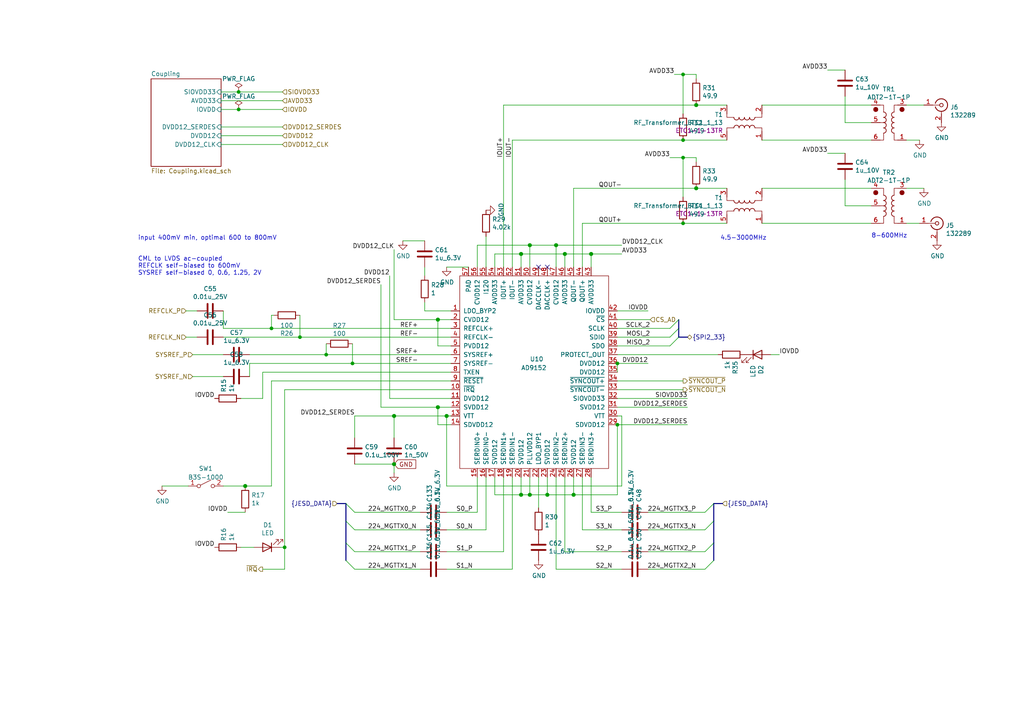
<source format=kicad_sch>
(kicad_sch (version 20230121) (generator eeschema)
  (paper "A4")
  (bus_alias "ADCBUS" (members "A.CLKIO" "A.DOUT" "A.DIN" "A.SCLK" "A.CS" "A.ERROR"))
  (bus_alias "SPI1_33" (members "SCLK_1" "MOSI_1" "MISO_1"))
  (junction (at 153.67 71.12) (diameter 1.016))
  (junction (at 161.29 71.12) (diameter 1.016))
  (junction (at 86.995 97.79))
  (junction (at 127 118.11) (diameter 1.016))
  (junction (at 198.12 21.59))
  (junction (at 82.55 158.75))
  (junction (at 114.3 134.62) (diameter 1.016))
  (junction (at 198.12 64.77))
  (junction (at 69.215 31.75))
  (junction (at 94.615 102.87))
  (junction (at 201.93 30.48) (diameter 1.016))
  (junction (at 179.07 123.19))
  (junction (at 201.93 54.61) (diameter 1.016))
  (junction (at 153.67 143.51) (diameter 1.016))
  (junction (at 158.75 143.51) (diameter 1.016))
  (junction (at 198.12 45.72))
  (junction (at 179.07 105.41))
  (junction (at 151.13 73.66) (diameter 1.016))
  (junction (at 71.12 140.97) (diameter 1.016))
  (junction (at 166.37 143.51) (diameter 1.016))
  (junction (at 127 92.71) (diameter 1.016))
  (junction (at 102.235 105.41))
  (junction (at 69.215 26.67))
  (junction (at 171.45 73.66) (diameter 1.016))
  (junction (at 151.13 143.51) (diameter 1.016))
  (junction (at 163.83 73.66) (diameter 1.016))
  (junction (at 114.3 120.65) (diameter 1.016))
  (junction (at 78.74 95.25))
  (junction (at 129.54 120.65) (diameter 1.016))
  (junction (at 198.12 40.64))
  (no_connect (at 158.75 77.47))
  (no_connect (at 156.21 77.47))
  (bus_entry (at 100.33 146.05) (size 2.54 2.54))
  (bus_entry (at 207.01 157.48) (size -2.54 2.54))
  (bus_entry (at 194.31 97.79) (size 2.54 -2.54))
  (bus_entry (at 194.31 95.25) (size 2.54 -2.54))
  (bus_entry (at 100.33 151.13) (size 2.54 2.54))
  (bus_entry (at 207.01 151.13) (size -2.54 2.54))
  (bus_entry (at 100.33 157.48) (size 2.54 2.54))
  (bus_entry (at 194.31 100.33) (size 2.54 -2.54))
  (bus_entry (at 207.01 146.05) (size -2.54 2.54))
  (bus_entry (at 207.01 162.56) (size -2.54 2.54))
  (bus_entry (at 100.33 162.56) (size 2.54 2.54))
  (wire (pts (xy 226.06 102.87) (xy 223.52 102.87)))
  (bus (pts (xy 100.33 162.56) (xy 100.33 157.48)))
  (wire (pts (xy 179.07 123.19) (xy 179.07 143.51)))
  (wire (pts (xy 220.98 64.77) (xy 252.73 64.77)))
  (wire (pts (xy 46.99 140.97) (xy 54.61 140.97)))
  (wire (pts (xy 245.11 27.94) (xy 245.11 35.56)))
  (wire (pts (xy 140.97 153.67) (xy 140.97 138.43)))
  (wire (pts (xy 72.39 105.41) (xy 102.235 105.41)))
  (wire (pts (xy 220.98 40.64) (xy 252.73 40.64)))
  (wire (pts (xy 245.11 52.07) (xy 245.11 59.69)))
  (wire (pts (xy 220.98 54.61) (xy 252.73 54.61)))
  (wire (pts (xy 151.13 143.51) (xy 153.67 143.51)))
  (wire (pts (xy 180.34 120.65) (xy 179.07 120.65)))
  (wire (pts (xy 194.31 97.79) (xy 179.07 97.79)))
  (wire (pts (xy 53.975 90.17) (xy 57.15 90.17)))
  (wire (pts (xy 130.81 115.57) (xy 113.03 115.57)))
  (wire (pts (xy 72.39 109.22) (xy 72.39 105.41)))
  (wire (pts (xy 129.54 120.65) (xy 130.81 120.65)))
  (wire (pts (xy 153.67 138.43) (xy 153.67 143.51)))
  (wire (pts (xy 198.12 40.64) (xy 210.82 40.64)))
  (wire (pts (xy 69.85 158.75) (xy 73.66 158.75)))
  (wire (pts (xy 180.34 140.97) (xy 180.34 120.65)))
  (bus (pts (xy 97.79 146.05) (xy 100.33 146.05)))
  (wire (pts (xy 123.19 80.01) (xy 123.19 77.47)))
  (wire (pts (xy 129.54 148.59) (xy 138.43 148.59)))
  (wire (pts (xy 53.975 97.79) (xy 57.15 97.79)))
  (wire (pts (xy 148.59 40.64) (xy 198.12 40.64)))
  (wire (pts (xy 151.13 77.47) (xy 151.13 73.66)))
  (wire (pts (xy 69.85 115.57) (xy 76.2 115.57)))
  (wire (pts (xy 146.05 30.48) (xy 201.93 30.48)))
  (wire (pts (xy 204.47 165.1) (xy 187.96 165.1)))
  (wire (pts (xy 129.54 77.47) (xy 135.89 77.47)))
  (wire (pts (xy 171.45 73.66) (xy 171.45 77.47)))
  (wire (pts (xy 116.84 69.85) (xy 123.19 69.85)))
  (wire (pts (xy 220.98 30.48) (xy 252.73 30.48)))
  (wire (pts (xy 194.31 100.33) (xy 179.07 100.33)))
  (wire (pts (xy 110.49 82.55) (xy 110.49 118.11)))
  (wire (pts (xy 138.43 77.47) (xy 138.43 71.12)))
  (wire (pts (xy 168.91 64.77) (xy 198.12 64.77)))
  (wire (pts (xy 102.87 148.59) (xy 121.92 148.59)))
  (wire (pts (xy 64.135 41.91) (xy 81.915 41.91)))
  (bus (pts (xy 100.33 151.13) (xy 100.33 146.05)))
  (wire (pts (xy 143.51 143.51) (xy 151.13 143.51)))
  (wire (pts (xy 55.88 109.22) (xy 64.77 109.22)))
  (wire (pts (xy 130.81 110.49) (xy 78.74 110.49)))
  (wire (pts (xy 127 118.11) (xy 110.49 118.11)))
  (wire (pts (xy 130.81 100.33) (xy 127 100.33)))
  (wire (pts (xy 94.615 99.695) (xy 94.615 102.87)))
  (wire (pts (xy 179.07 90.17) (xy 187.96 90.17)))
  (wire (pts (xy 198.12 64.77) (xy 210.82 64.77)))
  (wire (pts (xy 64.135 26.67) (xy 69.215 26.67)))
  (wire (pts (xy 86.995 97.79) (xy 130.81 97.79)))
  (wire (pts (xy 198.12 45.72) (xy 201.93 45.72)))
  (wire (pts (xy 64.135 36.83) (xy 81.915 36.83)))
  (wire (pts (xy 82.55 158.75) (xy 81.28 158.75)))
  (wire (pts (xy 163.83 73.66) (xy 171.45 73.66)))
  (wire (pts (xy 158.75 138.43) (xy 158.75 143.51)))
  (wire (pts (xy 161.29 77.47) (xy 161.29 71.12)))
  (wire (pts (xy 179.07 102.87) (xy 208.28 102.87)))
  (wire (pts (xy 204.47 148.59) (xy 187.96 148.59)))
  (wire (pts (xy 158.75 143.51) (xy 166.37 143.51)))
  (wire (pts (xy 156.21 138.43) (xy 156.21 147.32)))
  (bus (pts (xy 196.85 97.79) (xy 199.39 97.79)))
  (wire (pts (xy 245.11 59.69) (xy 252.73 59.69)))
  (wire (pts (xy 240.03 20.32) (xy 245.11 20.32)))
  (wire (pts (xy 102.87 165.1) (xy 121.92 165.1)))
  (wire (pts (xy 195.58 21.59) (xy 198.12 21.59)))
  (wire (pts (xy 161.29 138.43) (xy 161.29 165.1)))
  (wire (pts (xy 113.03 80.01) (xy 113.03 115.57)))
  (wire (pts (xy 127 123.19) (xy 127 118.11)))
  (wire (pts (xy 140.97 77.47) (xy 140.97 68.58)))
  (wire (pts (xy 161.29 71.12) (xy 180.34 71.12)))
  (wire (pts (xy 102.87 153.67) (xy 121.92 153.67)))
  (wire (pts (xy 240.03 44.45) (xy 245.11 44.45)))
  (wire (pts (xy 163.83 138.43) (xy 163.83 160.02)))
  (wire (pts (xy 71.12 140.97) (xy 64.77 140.97)))
  (wire (pts (xy 69.215 26.67) (xy 81.915 26.67)))
  (wire (pts (xy 146.05 77.47) (xy 146.05 30.48)))
  (wire (pts (xy 201.93 45.72) (xy 201.93 46.99)))
  (wire (pts (xy 130.81 123.19) (xy 127 123.19)))
  (wire (pts (xy 179.07 113.03) (xy 198.12 113.03)))
  (wire (pts (xy 129.54 120.65) (xy 129.54 140.97)))
  (wire (pts (xy 102.87 127) (xy 102.87 120.65)))
  (wire (pts (xy 168.91 77.47) (xy 168.91 64.77)))
  (bus (pts (xy 196.85 95.25) (xy 196.85 97.79)))
  (wire (pts (xy 102.235 105.41) (xy 130.81 105.41)))
  (wire (pts (xy 82.55 113.03) (xy 82.55 158.75)))
  (wire (pts (xy 171.45 138.43) (xy 171.45 148.59)))
  (wire (pts (xy 94.615 102.87) (xy 130.81 102.87)))
  (wire (pts (xy 163.83 160.02) (xy 180.34 160.02)))
  (wire (pts (xy 148.59 138.43) (xy 148.59 165.1)))
  (wire (pts (xy 204.47 153.67) (xy 187.96 153.67)))
  (wire (pts (xy 130.81 113.03) (xy 82.55 113.03)))
  (wire (pts (xy 262.89 40.64) (xy 266.7 40.64)))
  (wire (pts (xy 64.135 31.75) (xy 69.215 31.75)))
  (wire (pts (xy 114.3 120.65) (xy 129.54 120.65)))
  (wire (pts (xy 166.37 77.47) (xy 166.37 54.61)))
  (wire (pts (xy 64.77 95.25) (xy 64.77 90.17)))
  (wire (pts (xy 163.83 77.47) (xy 163.83 73.66)))
  (wire (pts (xy 129.54 160.02) (xy 146.05 160.02)))
  (wire (pts (xy 143.51 138.43) (xy 143.51 143.51)))
  (wire (pts (xy 55.88 102.87) (xy 64.77 102.87)))
  (wire (pts (xy 114.3 134.62) (xy 114.3 137.16)))
  (wire (pts (xy 179.07 118.11) (xy 199.39 118.11)))
  (wire (pts (xy 123.19 87.63) (xy 123.19 90.17)))
  (wire (pts (xy 153.67 71.12) (xy 161.29 71.12)))
  (wire (pts (xy 78.74 140.97) (xy 71.12 140.97)))
  (bus (pts (xy 207.01 157.48) (xy 207.01 151.13)))
  (wire (pts (xy 151.13 73.66) (xy 163.83 73.66)))
  (wire (pts (xy 102.87 120.65) (xy 114.3 120.65)))
  (wire (pts (xy 161.29 165.1) (xy 180.34 165.1)))
  (wire (pts (xy 245.11 35.56) (xy 252.73 35.56)))
  (wire (pts (xy 198.12 21.59) (xy 198.12 33.02)))
  (wire (pts (xy 171.45 73.66) (xy 180.34 73.66)))
  (wire (pts (xy 78.74 91.44) (xy 78.74 95.25)))
  (wire (pts (xy 82.55 165.1) (xy 82.55 158.75)))
  (wire (pts (xy 79.375 91.44) (xy 78.74 91.44)))
  (wire (pts (xy 153.67 143.51) (xy 158.75 143.51)))
  (wire (pts (xy 72.39 102.87) (xy 94.615 102.87)))
  (wire (pts (xy 267.97 54.61) (xy 262.89 54.61)))
  (wire (pts (xy 153.67 77.47) (xy 153.67 71.12)))
  (wire (pts (xy 146.05 138.43) (xy 146.05 160.02)))
  (wire (pts (xy 179.07 110.49) (xy 198.12 110.49)))
  (wire (pts (xy 76.2 165.1) (xy 82.55 165.1)))
  (wire (pts (xy 179.07 92.71) (xy 188.595 92.71)))
  (wire (pts (xy 179.07 107.95) (xy 179.07 105.41)))
  (wire (pts (xy 129.54 153.67) (xy 140.97 153.67)))
  (wire (pts (xy 204.47 160.02) (xy 187.96 160.02)))
  (wire (pts (xy 198.12 45.72) (xy 198.12 57.15)))
  (wire (pts (xy 199.39 123.19) (xy 179.07 123.19)))
  (wire (pts (xy 114.3 92.71) (xy 127 92.71)))
  (wire (pts (xy 210.82 54.61) (xy 201.93 54.61)))
  (bus (pts (xy 207.01 151.13) (xy 207.01 146.05)))
  (wire (pts (xy 168.91 153.67) (xy 180.34 153.67)))
  (wire (pts (xy 267.97 30.48) (xy 262.89 30.48)))
  (wire (pts (xy 64.135 29.21) (xy 81.915 29.21)))
  (wire (pts (xy 210.82 30.48) (xy 201.93 30.48)))
  (wire (pts (xy 66.04 148.59) (xy 71.12 148.59)))
  (wire (pts (xy 102.235 99.695) (xy 102.235 105.41)))
  (wire (pts (xy 76.2 115.57) (xy 76.2 107.95)))
  (wire (pts (xy 201.93 21.59) (xy 201.93 22.86)))
  (wire (pts (xy 180.34 148.59) (xy 171.45 148.59)))
  (wire (pts (xy 166.37 143.51) (xy 166.37 138.43)))
  (wire (pts (xy 194.31 95.25) (xy 179.07 95.25)))
  (wire (pts (xy 114.3 127) (xy 114.3 120.65)))
  (wire (pts (xy 168.91 138.43) (xy 168.91 153.67)))
  (wire (pts (xy 148.59 77.47) (xy 148.59 40.64)))
  (wire (pts (xy 130.81 118.11) (xy 127 118.11)))
  (bus (pts (xy 196.85 92.71) (xy 196.85 95.25)))
  (bus (pts (xy 207.01 162.56) (xy 207.01 157.48)))
  (wire (pts (xy 76.2 107.95) (xy 130.81 107.95)))
  (wire (pts (xy 138.43 148.59) (xy 138.43 138.43)))
  (wire (pts (xy 86.995 91.44) (xy 86.995 97.79)))
  (wire (pts (xy 179.07 115.57) (xy 199.39 115.57)))
  (wire (pts (xy 127 100.33) (xy 127 92.71)))
  (wire (pts (xy 78.74 95.25) (xy 130.81 95.25)))
  (wire (pts (xy 123.19 90.17) (xy 130.81 90.17)))
  (wire (pts (xy 64.77 95.25) (xy 78.74 95.25)))
  (bus (pts (xy 209.55 146.05) (xy 207.01 146.05)))
  (wire (pts (xy 64.77 97.79) (xy 86.995 97.79)))
  (wire (pts (xy 102.87 134.62) (xy 114.3 134.62)))
  (wire (pts (xy 143.51 73.66) (xy 151.13 73.66)))
  (wire (pts (xy 69.215 31.75) (xy 81.915 31.75)))
  (wire (pts (xy 129.54 140.97) (xy 180.34 140.97)))
  (wire (pts (xy 166.37 54.61) (xy 201.93 54.61)))
  (wire (pts (xy 198.12 21.59) (xy 201.93 21.59)))
  (wire (pts (xy 151.13 138.43) (xy 151.13 143.51)))
  (wire (pts (xy 262.89 64.77) (xy 266.7 64.77)))
  (wire (pts (xy 194.31 45.72) (xy 198.12 45.72)))
  (wire (pts (xy 179.07 143.51) (xy 166.37 143.51)))
  (wire (pts (xy 64.135 39.37) (xy 81.915 39.37)))
  (bus (pts (xy 100.33 157.48) (xy 100.33 151.13)))
  (wire (pts (xy 127 92.71) (xy 130.81 92.71)))
  (wire (pts (xy 102.87 160.02) (xy 121.92 160.02)))
  (wire (pts (xy 114.3 72.39) (xy 114.3 92.71)))
  (wire (pts (xy 179.07 105.41) (xy 187.96 105.41)))
  (wire (pts (xy 129.54 165.1) (xy 148.59 165.1)))
  (wire (pts (xy 143.51 77.47) (xy 143.51 73.66)))
  (wire (pts (xy 78.74 110.49) (xy 78.74 140.97)))
  (wire (pts (xy 138.43 71.12) (xy 153.67 71.12)))
  (text "8-600MHz" (at 252.73 69.215 0) (effects (font (size 1.27 1.27)) (justify left bottom)))
  (text "4.5-3000MHz" (at 208.915 69.85 0) (effects (font (size 1.27 1.27)) (justify left bottom)))
  (text "CML to LVDS ac-coupled\nREFCLK self-biased to 600mV\nSYSREF self-biased 0, 0.6, 1.25, 2V" (at 40.005 80.01 0) (effects (font (size 1.27 1.27)) (justify left bottom)))
  (text "input 400mV min, optimal 600 to 800mV" (at 40.005 69.85 0) (effects (font (size 1.27 1.27)) (justify left bottom)))
  (label "S1_N" (at 137.16 165.1 180))
  (label "IOUT-" (at 148.59 45.72 90))
  (label "S0_N" (at 137.16 153.67 180))
  (label "IOVDD" (at 226.06 102.87 0))
  (label "DVDD12_SERDES" (at 199.39 118.11 180))
  (label "224_MGTTX2_P" (at 201.93 160.02 180))
  (label "224_MGTTX1_N" (at 106.68 165.1 0))
  (label "SREF-" (at 121.285 105.41 180))
  (label "S2_N" (at 172.72 165.1 0))
  (label "IOVDD" (at 62.23 158.75 180))
  (label "S3_N" (at 172.72 153.67 0))
  (label "S2_P" (at 172.72 160.02 0))
  (label "REF-" (at 121.285 97.79 180))
  (label "AVDD33" (at 240.03 44.45 180))
  (label "224_MGTTX0_P" (at 106.68 148.59 0))
  (label "SREF+" (at 121.285 102.87 180))
  (label "224_MGTTX2_N" (at 201.93 165.1 180))
  (label "QOUT+" (at 180.34 64.77 180))
  (label "AVDD33" (at 194.31 45.72 180))
  (label "MISO_2" (at 188.595 100.33 180))
  (label "224_MGTTX3_N" (at 201.93 153.67 180))
  (label "224_MGTTX3_P" (at 201.93 148.59 180))
  (label "S1_P" (at 137.16 160.02 180))
  (label "AVDD33" (at 240.03 20.32 180))
  (label "IOVDD" (at 62.23 115.57 180))
  (label "IOVDD" (at 66.04 148.59 180))
  (label "AVDD33" (at 195.58 21.59 180))
  (label "SIOVDD33" (at 199.39 115.57 180))
  (label "S3_P" (at 172.72 148.59 0))
  (label "MOSI_2" (at 188.595 97.79 180))
  (label "DVDD12" (at 187.96 105.41 180))
  (label "S0_P" (at 137.16 148.59 180))
  (label "DVDD12" (at 113.03 80.01 180))
  (label "IOUT+" (at 146.05 45.72 90))
  (label "224_MGTTX1_P" (at 106.68 160.02 0))
  (label "SCLK_2" (at 188.595 95.25 180))
  (label "REF+" (at 121.285 95.25 180))
  (label "IOVDD" (at 187.96 90.17 180))
  (label "DVDD12_SERDES" (at 110.49 82.55 180))
  (label "224_MGTTX0_N" (at 106.68 153.67 0))
  (label "AVDD33" (at 180.34 73.66 0))
  (label "DVDD12_CLK" (at 114.3 72.39 180))
  (label "DVDD12_CLK" (at 180.34 71.12 0))
  (label "QOUT-" (at 180.34 54.61 180))
  (label "DVDD12_SERDES" (at 199.39 123.19 180))
  (label "DVDD12_SERDES" (at 102.87 120.65 180))
  (global_label "GND" (shape input) (at 114.3 134.62 0) (property "Intersheetrefs" "${INTERSHEET_REFS}" (effects hide)))
  (hierarchical_label "REFCLK_N" (shape input) (at 53.975 97.79 180))
  (hierarchical_label "SIOVDD33" (shape input) (at 81.915 26.67 0))
  (hierarchical_label "~{SYNCOUT_N}" (shape output) (at 198.12 113.03 0))
  (hierarchical_label "AVDD33" (shape input) (at 81.915 29.21 0))
  (hierarchical_label "IOVDD" (shape input) (at 81.915 31.75 0))
  (hierarchical_label "{JESD_DATA}" (shape input) (at 209.55 146.05 0))
  (hierarchical_label "{SPI2_33}" (shape bidirectional) (at 199.39 97.79 0))
  (hierarchical_label "DVDD12_SERDES" (shape input) (at 81.915 36.83 0))
  (hierarchical_label "~{IRQ}" (shape output) (at 76.2 165.1 180))
  (hierarchical_label "CS_AD" (shape input) (at 188.595 92.71 0))
  (hierarchical_label "~{SYNCOUT_P}" (shape output) (at 198.12 110.49 0))
  (hierarchical_label "SYSREF_P" (shape input) (at 55.88 102.87 180))
  (hierarchical_label "{JESD_DATA}" (shape input) (at 97.79 146.05 180))
  (hierarchical_label "REFCLK_P" (shape input) (at 53.975 90.17 180))
  (hierarchical_label "DVDD12_CLK" (shape input) (at 81.915 41.91 0))
  (hierarchical_label "SYSREF_N" (shape input) (at 55.88 109.22 180))
  (hierarchical_label "DVDD12" (shape input) (at 81.915 39.37 0))
  (symbol (lib_id "head-rescue:R-Device") (at 156.21 151.13 180) (unit 1)
    (property "Reference" "R30" (at 157.988 149.9616 0) (effects (justify right)))
    (property "Value" "1" (at 157.988 152.273 0) (effects (justify right)))
    (property "Footprint" "Resistor_SMD:R_0603_1608Metric" (effects hide))
    (property "Datasheet" "https://www.mouser.fr/ProductDetail/YAGEO/RT0603FRE071RL?qs=8cPjvKtxWv5o%252BFCTEvG%252BAQ%3D%3D" (effects hide))
    (property "Part" "RT0603FRE071RL " (effects hide))
    (property "Description" "Thin Film Resistors - SMD 1/10W 1 ohm ohm 50 ppm" (effects hide))
    (property "Man" "YAGEO " (effects hide))
    (property "Unitprice" "0,105" (effects hide))
    (property "Dis" "Mouser" (effects hide))
    (instances (project "Bread" (path "" (reference "R30") (unit 1))) (project "dac" (path "" (reference "R22") (unit 1))) (project "Bread70" (path "" (reference "R36") (unit 1))))
  )
  (symbol (lib_id "head-rescue:ADT2-1T-1P-Transformer") (at 257.81 59.69 0) (mirror y) (unit 1)
    (property "Reference" "TR2" (at 257.81 50.0126 0))
    (property "Value" "ADT2-1T-1P" (at 257.81 52.324 0))
    (property "Footprint" "RF_Mini-Circuits:Mini-Circuits_CD542_H2.84mm" (effects hide))
    (property "Datasheet" "https://www.mouser.fr/ProductDetail/Mini-Circuits/ADT2-1T-1P%2b?qs=xZ%2FP%252Ba9zWqZKLF6pAwHM4Q%3D%3D" (effects hide))
    (property "Man" "Mini-Circuits " (effects hide))
    (property "Part" "ADT2-1T-1P+ " (effects hide))
    (property "Unitprice" "7,58" (effects hide))
    (property "Description" "Audio Transformers / Signal Transformers RF XFMR / SURF MOUNT / RoHS " (effects hide))
    (property "Dis" "Mouser" (effects hide))
  )
  (symbol (lib_name "RF_Transformer_ETC1_1_13_1") (lib_id "VQ_schematic_symbols:RF_Transformer_ETC1_1_13") (at 215.9 35.56 0) (mirror y) (unit 1)
    (property "Reference" "T1" (at 209.7024 33.2486 0) (effects (justify left)))
    (property "Value" "RF_Transformer_ETC1_1_13" (at 209.7024 35.56 0) (effects (justify left)))
    (property "Footprint" "Transformer_SMD:Transformer_MACOM_SM-22" (effects hide))
    (property "Datasheet" "https://www.digikey.fr/fr/products/detail/macom-technology-solutions/ETC1-1-13TR/4429633?s=N4IgTCBcDaIKIBUDCBGAtOlBmBAlEAugL5A" (effects hide))
    (property "Part" "ETC1-1-13TR" (at 209.7024 37.8714 0) (effects (justify left)))
    (property "Description" "BALUN 4.5MHZ-3GHZ 1:1 5SMD" (effects hide))
    (property "Man" "MACOM" (effects hide))
    (property "Unitprice" "2,68" (effects hide))
    (property "Dis" "Digikey" (effects hide))
  )
  (symbol (lib_id "head-rescue:R-Device") (at 212.09 102.87 270) (mirror x) (unit 1)
    (property "Reference" "R35" (at 213.2584 104.648 0) (effects (justify right)))
    (property "Value" "1k" (at 210.947 104.648 0) (effects (justify right)))
    (property "Footprint" "Resistor_SMD:R_0603_1608Metric" (effects hide))
    (property "Datasheet" "https://www.mouser.fr/ProductDetail/Panasonic/ERJ-3EKF1001V?qs=%2Fha2pyFaduglTbPDDZSypWE69I9nzuoo3rS5%252BQlSb3G8fLmmMx%252BY%2Fg%3D%3D" (effects hide))
    (property "Part" "ERJ-3EKF1001V" (effects hide))
    (property "Description" "Thick Film Resistors - SMD 0603 1Kohms 1% AEC-Q200" (effects hide))
    (property "Unitprice" "0,088" (effects hide))
    (property "Man" "Panasonic " (effects hide))
    (property "Dis" "Mouser" (effects hide))
    (instances (project "Bread" (path "" (reference "R35") (unit 1))) (project "dac" (path "" (reference "R27") (unit 1))) (project "Bread70" (path "" (reference "R41") (unit 1))))
  )
  (symbol (lib_id "power:PWR_FLAG") (at 69.215 26.67 0) (unit 1)
    (property "Reference" "#FLG018" (effects hide))
    (property "Value" "PWR_FLAG" (at 69.215 22.86 0))
  )
  (symbol (lib_id "head-rescue:C-Device") (at 60.96 97.79 270) (unit 1)
    (property "Reference" "C56" (at 60.96 91.3892 90))
    (property "Value" "0.01u_25V" (at 60.96 93.7006 90))
    (property "Footprint" "Capacitor_SMD:C_0603_1608Metric" (effects hide))
    (property "Datasheet" "https://www.mouser.fr/ProductDetail/KEMET/C0603C103K3RAC7411?qs=cRfsnvmdsa7Hz5xQ0859vg%3D%3D" (effects hide))
    (property "Part" "C0603C103K3RAC7411" (effects hide))
    (property "Unitprice" "0,14" (effects hide))
    (property "Description" "Multilayer Ceramic Capacitors MLCC - SMD/SMT 25V 0.01uF X7R 0603 10%" (effects hide))
    (property "Man" "KEMET " (effects hide))
    (property "Dis" "Mouser" (effects hide))
    (instances (project "Bread" (path "" (reference "C56") (unit 1))) (project "dac" (path "" (reference "C43") (unit 1))) (project "Bread70" (path "" (reference "C39") (unit 1))))
  )
  (symbol (lib_id "head-rescue:C-Device") (at 68.58 109.22 270) (unit 1)
    (property "Reference" "C58" (at 68.58 102.8192 90))
    (property "Value" "1u_6.3V" (at 68.58 105.1306 90))
    (property "Footprint" "Capacitor_SMD:C_0603_1608Metric" (effects hide))
    (property "Datasheet" "https://www.mouser.fr/ProductDetail/Taiyo-Yuden/JMK107B7105KA-T?qs=I6KAKw0tg2z2D8eGaQ5h7g%3D%3D" (effects hide))
    (property "Part" "JMK107B7105KA-T" (effects hide))
    (property "Unitprice" "0,088" (effects hide))
    (property "Description" "Multilayer Ceramic Capacitors MLCC - SMD/SMT SUGGESTED ALTERNATE EMK107B7105KA-T 1uF 6.3V 0603 X7R 10% " (effects hide))
    (property "Man" "Taiyo Yuden " (effects hide))
    (property "Dis" "Mouser" (effects hide))
    (instances (project "Bread" (path "" (reference "C58") (unit 1))) (project "dac" (path "" (reference "C45") (unit 1))) (project "Bread70" (path "" (reference "C41") (unit 1))))
  )
  (symbol (lib_id "power:PWR_FLAG") (at 69.215 31.75 0) (unit 1)
    (property "Reference" "#FLG014" (effects hide))
    (property "Value" "PWR_FLAG" (at 69.215 27.94 0))
  )
  (symbol (lib_id "head-rescue:C-Device") (at 60.96 90.17 270) (unit 1)
    (property "Reference" "C55" (at 60.96 83.7692 90))
    (property "Value" "0.01u_25V" (at 60.96 86.0806 90))
    (property "Footprint" "Capacitor_SMD:C_0603_1608Metric" (effects hide))
    (property "Datasheet" "https://www.mouser.fr/ProductDetail/KEMET/C0603C103K3RAC7411?qs=cRfsnvmdsa7Hz5xQ0859vg%3D%3D" (effects hide))
    (property "Part" "C0603C103K3RAC7411" (effects hide))
    (property "Unitprice" "0,14" (effects hide))
    (property "Description" "Multilayer Ceramic Capacitors MLCC - SMD/SMT 25V 0.01uF X7R 0603 10%" (effects hide))
    (property "Man" "KEMET " (effects hide))
    (property "Dis" "Mouser" (effects hide))
    (instances (project "Bread" (path "" (reference "C55") (unit 1))) (project "dac" (path "" (reference "C42") (unit 1))) (project "Bread70" (path "" (reference "C38") (unit 1))))
  )
  (symbol (lib_id "head-rescue:GND-power") (at 46.99 140.97 0) (unit 1)
    (property "Reference" "#PWR072" (effects hide))
    (property "Value" "GND" (at 47.117 145.3642 0))
    (instances (project "Bread" (path "" (reference "#PWR072") (unit 1))) (project "dac" (path "" (reference "#PWR058") (unit 1))) (project "Bread70" (path "" (reference "#PWR041") (unit 1))))
  )
  (symbol (lib_id "head-rescue:GND-power") (at 129.54 77.47 0) (unit 1)
    (property "Reference" "#PWR075" (effects hide))
    (property "Value" "GND" (at 129.667 81.8642 0))
    (instances (project "Bread" (path "" (reference "#PWR075") (unit 1))) (project "dac" (path "" (reference "#PWR062") (unit 1))) (project "Bread70" (path "" (reference "#PWR044") (unit 1))))
  )
  (symbol (lib_id "head-rescue:LED-Device") (at 219.71 102.87 0) (unit 1)
    (property "Reference" "D2" (at 220.7006 105.8672 90) (effects (justify right)))
    (property "Value" "LED" (at 218.3892 105.8672 90) (effects (justify right)))
    (property "Footprint" "LED_SMD:LED_0603_1608Metric" (effects hide))
    (property "Datasheet" "https://www.mouser.fr/ProductDetail/OSRAM-Opto-Semiconductors/LT-Q39G-Q1OO-25-1?qs=74fRo9GAWszgXtz8D2kVhg%3D%3D" (effects hide))
    (property "Part" "LT Q39G-Q1OO-25-1" (effects hide))
    (property "Description" "Standard LEDs - SMD True Green" (effects hide))
    (property "Man" "OSRAM Opto Semiconductors " (effects hide))
    (property "Unitprice" "0,341" (effects hide))
    (property "Dis" "Mouser" (effects hide))
  )
  (symbol (lib_id "head-rescue:R-Device") (at 198.12 60.96 180) (unit 1)
    (property "Reference" "R34" (at 199.898 59.7916 0) (effects (justify right)))
    (property "Value" "49.9" (at 199.898 62.103 0) (effects (justify right)))
    (property "Footprint" "Resistor_SMD:R_0603_1608Metric" (effects hide))
    (property "Datasheet" "https://www.mouser.fr/ProductDetail/TE-Connectivity-Holsworthy/RQ73C1J49R9BTD/?qs=sGAEpiMZZMtlubZbdhIBIMLPczR3K4UeUYBcv00%2FHQw%3D" (effects hide))
    (property "Part" "RQ73C1J49R9BTD " (effects hide))
    (property "Unitprice" "0,718" (effects hide))
    (property "Description" "Thin Film Resistors - SMD RQ 0603 49R9 0.1% 10PPM 5K RL" (effects hide))
    (property "Man" "TE Connectivity / Holsworthy" (effects hide))
    (property "Dis" "Mouser" (effects hide))
    (instances (project "Bread" (path "" (reference "R34") (unit 1))) (project "dac" (path "" (reference "R26") (unit 1))) (project "Bread70" (path "" (reference "R38") (unit 1))))
  )
  (symbol (lib_id "head-rescue:C-Device") (at 184.15 165.1 270) (mirror x) (unit 1)
    (property "Reference" "C51" (at 185.3184 162.179 0) (effects (justify left)))
    (property "Value" "0.1u_6.3V" (at 183.007 162.179 0) (effects (justify left)))
    (property "Footprint" "Capacitor_SMD:C_0603_1608Metric" (effects hide))
    (property "Datasheet" "https://www.mouser.fr/ProductDetail/AVX/06036C104JAT2A/?qs=qVfB0%2FDaMDaz7pxKvEVmHA%3D%3D" (effects hide))
    (property "Part" "06036C104JAT2A " (effects hide))
    (property "Unitprice" "0,324 " (effects hide))
    (property "Description" "Multilayer Ceramic Capacitors MLCC - SMD/SMT 6.3V 0.1uF X7R 0603 5%" (effects hide))
    (property "Man" "Kyocera AVX " (effects hide))
    (property "Dis" "Mouser" (effects hide))
    (instances (project "Bread" (path "" (reference "C51") (unit 1))) (project "dac" (path "" (reference "C136") (unit 1))) (project "Bread70" (path "" (reference "C53") (unit 1))))
  )
  (symbol (lib_id "head-rescue:R-Device") (at 123.19 83.82 180) (unit 1)
    (property "Reference" "R28" (at 124.968 82.6516 0) (effects (justify right)))
    (property "Value" "1" (at 124.968 84.963 0) (effects (justify right)))
    (property "Footprint" "Resistor_SMD:R_0603_1608Metric" (effects hide))
    (property "Datasheet" "https://www.mouser.fr/ProductDetail/YAGEO/RT0603FRE071RL?qs=8cPjvKtxWv5o%252BFCTEvG%252BAQ%3D%3D" (effects hide))
    (property "Part" "RT0603FRE071RL " (effects hide))
    (property "Description" "Thin Film Resistors - SMD 1/10W 1 ohm ohm 50 ppm" (effects hide))
    (property "Man" "YAGEO " (effects hide))
    (property "Unitprice" "0,105" (effects hide))
    (property "Dis" "Mouser" (effects hide))
    (instances (project "Bread" (path "" (reference "R28") (unit 1))) (project "dac" (path "" (reference "R20") (unit 1))) (project "Bread70" (path "" (reference "R34") (unit 1))))
  )
  (symbol (lib_id "head-rescue:C-Device") (at 184.15 153.67 270) (mirror x) (unit 1)
    (property "Reference" "C49" (at 185.3184 150.749 0) (effects (justify left)))
    (property "Value" "0.1u_6.3V" (at 183.007 150.749 0) (effects (justify left)))
    (property "Footprint" "Capacitor_SMD:C_0603_1608Metric" (effects hide))
    (property "Datasheet" "https://www.mouser.fr/ProductDetail/AVX/06036C104JAT2A/?qs=qVfB0%2FDaMDaz7pxKvEVmHA%3D%3D" (effects hide))
    (property "Part" "06036C104JAT2A " (effects hide))
    (property "Unitprice" "0,324 " (effects hide))
    (property "Description" "Multilayer Ceramic Capacitors MLCC - SMD/SMT 6.3V 0.1uF X7R 0603 5%" (effects hide))
    (property "Man" "Kyocera AVX " (effects hide))
    (property "Dis" "Mouser" (effects hide))
    (instances (project "Bread" (path "" (reference "C49") (unit 1))) (project "dac" (path "" (reference "C134") (unit 1))) (project "Bread70" (path "" (reference "C51") (unit 1))))
  )
  (symbol (lib_id "head-rescue:R-Device") (at 66.04 115.57 270) (unit 1)
    (property "Reference" "R15" (at 64.8716 113.792 0) (effects (justify right)))
    (property "Value" "1k" (at 67.183 113.792 0) (effects (justify right)))
    (property "Footprint" "Resistor_SMD:R_0603_1608Metric" (effects hide))
    (property "Datasheet" "https://www.mouser.fr/ProductDetail/Panasonic/ERJ-3EKF1001V?qs=%2Fha2pyFaduglTbPDDZSypWE69I9nzuoo3rS5%252BQlSb3G8fLmmMx%252BY%2Fg%3D%3D" (effects hide))
    (property "Part" "ERJ-3EKF1001V" (effects hide))
    (property "Description" "Thick Film Resistors - SMD 0603 1Kohms 1% AEC-Q200" (effects hide))
    (property "Unitprice" "0,088" (effects hide))
    (property "Man" "Panasonic " (effects hide))
    (property "Dis" "Mouser" (effects hide))
    (instances (project "Bread" (path "" (reference "R15") (unit 1))) (project "dac" (path "" (reference "R15") (unit 1))) (project "Bread70" (path "" (reference "R29") (unit 1))))
  )
  (symbol (lib_id "head-rescue:GND-power") (at 273.05 35.56 0) (unit 1)
    (property "Reference" "#PWR081" (effects hide))
    (property "Value" "GND" (at 273.177 39.9542 0))
    (instances (project "Bread" (path "" (reference "#PWR081") (unit 1))) (project "dac" (path "" (reference "#PWR068") (unit 1))) (project "Bread70" (path "" (reference "#PWR050") (unit 1))))
  )
  (symbol (lib_id "head-rescue:C-Device") (at 245.11 48.26 0) (unit 1)
    (property "Reference" "C64" (at 248.031 47.0916 0) (effects (justify left)))
    (property "Value" "1u_10V" (at 248.031 49.403 0) (effects (justify left)))
    (property "Footprint" "Capacitor_SMD:C_0603_1608Metric" (effects hide))
    (property "Datasheet" "https://www.mouser.fr/ProductDetail/KEMET/C0603C105K8PAC7411?qs=C6mE%252B4HftP51TBHgR%2FCiCA%3D%3D" (effects hide))
    (property "Part" "C0603C105K8PAC7411" (effects hide))
    (property "Unitprice" "0,236" (effects hide))
    (property "Description" "Multilayer Ceramic Capacitors MLCC - SMD/SMT 10V 1uF X5R 0603 10% " (effects hide))
    (property "Man" "KEMET " (effects hide))
    (property "Dis" "Mouser" (effects hide))
    (instances (project "Bread" (path "" (reference "C64") (unit 1))) (project "dac" (path "" (reference "C51") (unit 1))) (project "Bread70" (path "" (reference "C55") (unit 1))))
  )
  (symbol (lib_id "head-rescue:R-Device") (at 198.12 36.83 180) (unit 1)
    (property "Reference" "R32" (at 199.898 35.6616 0) (effects (justify right)))
    (property "Value" "49.9" (at 199.898 37.973 0) (effects (justify right)))
    (property "Footprint" "Resistor_SMD:R_0603_1608Metric" (effects hide))
    (property "Datasheet" "https://www.mouser.fr/ProductDetail/TE-Connectivity-Holsworthy/RQ73C1J49R9BTD/?qs=sGAEpiMZZMtlubZbdhIBIMLPczR3K4UeUYBcv00%2FHQw%3D" (effects hide))
    (property "Part" "RQ73C1J49R9BTD " (effects hide))
    (property "Unitprice" "0,718" (effects hide))
    (property "Description" "Thin Film Resistors - SMD RQ 0603 49R9 0.1% 10PPM 5K RL" (effects hide))
    (property "Man" "TE Connectivity / Holsworthy" (effects hide))
    (property "Dis" "Mouser" (effects hide))
    (instances (project "Bread" (path "" (reference "R32") (unit 1))) (project "dac" (path "" (reference "R24") (unit 1))) (project "Bread70" (path "" (reference "R37") (unit 1))))
  )
  (symbol (lib_id "head-rescue:GND-power") (at 266.7 40.64 0) (unit 1)
    (property "Reference" "#PWR078" (effects hide))
    (property "Value" "GND" (at 266.827 45.0342 0))
    (instances (project "Bread" (path "" (reference "#PWR078") (unit 1))) (project "dac" (path "" (reference "#PWR065") (unit 1))) (project "Bread70" (path "" (reference "#PWR047") (unit 1))))
  )
  (symbol (lib_id "Switch:SW_SPST") (at 59.69 140.97 0) (unit 1)
    (property "Reference" "SW1" (at 59.69 135.89 0))
    (property "Value" "B3S-1000" (at 59.69 138.43 0))
    (property "Footprint" "Button_Switch_SMD:SW_SPST_B3S-1000" (effects hide))
    (property "Datasheet" "https://www.mouser.fr/ProductDetail/Omron-Electronics/B3S-1000?qs=0w99tykdtPLo%252Bl5JnLv3LQ%3D%3D" (effects hide))
    (property "Part" " B3S-1000" (effects hide))
    (property "Man" "Omron" (effects hide))
    (property "Description" " Tactile Switches SPST" (effects hide))
    (property "Dis" "Mouser" (effects hide))
    (property "Unitprice" "0.658" (effects hide))
  )
  (symbol (lib_id "head-rescue:C-Device") (at 102.87 130.81 0) (unit 1)
    (property "Reference" "C59" (at 105.791 129.6416 0) (effects (justify left)))
    (property "Value" "0.1u_100V" (at 105.791 131.953 0) (effects (justify left)))
    (property "Footprint" "Capacitor_SMD:C_0603_1608Metric" (effects hide))
    (property "Datasheet" "https://www.mouser.fr/ProductDetail/KEMET/C0603C122K1RACAUTO?qs=hzBznG4dWXXvLOVOLjqDIg%3D%3D" (effects hide))
    (property "Part" "C0603C122K1RACAUTO" (effects hide))
    (property "Unitprice" "0,359" (effects hide))
    (property "Description" "Multilayer Ceramic Capacitors MLCC - SMD/SMT 100V 1200pF X7R 0603 10% AEC-Q200 " (effects hide))
    (property "Man" "KEMET " (effects hide))
    (property "Dis" "Mouser" (effects hide))
    (instances (project "Bread" (path "" (reference "C59") (unit 1))) (project "dac" (path "" (reference "C46") (unit 1))) (project "Bread70" (path "" (reference "C42") (unit 1))))
  )
  (symbol (lib_id "head-rescue:C-Device") (at 123.19 73.66 0) (unit 1)
    (property "Reference" "C61" (at 126.111 72.4916 0) (effects (justify left)))
    (property "Value" "1u_6.3V" (at 126.111 74.803 0) (effects (justify left)))
    (property "Footprint" "Capacitor_SMD:C_0603_1608Metric" (effects hide))
    (property "Datasheet" "https://www.mouser.fr/ProductDetail/Taiyo-Yuden/JMK107B7105KA-T?qs=I6KAKw0tg2z2D8eGaQ5h7g%3D%3D" (effects hide))
    (property "Part" "JMK107B7105KA-T" (effects hide))
    (property "Unitprice" "0,088" (effects hide))
    (property "Description" "Multilayer Ceramic Capacitors MLCC - SMD/SMT SUGGESTED ALTERNATE EMK107B7105KA-T 1uF 6.3V 0603 X7R 10% " (effects hide))
    (property "Man" "Taiyo Yuden " (effects hide))
    (property "Dis" "Mouser" (effects hide))
    (instances (project "Bread" (path "" (reference "C61") (unit 1))) (project "dac" (path "" (reference "C48") (unit 1))) (project "Bread70" (path "" (reference "C44") (unit 1))))
  )
  (symbol (lib_id "head-rescue:GND-power") (at 114.3 137.16 0) (unit 1)
    (property "Reference" "#PWR073" (effects hide))
    (property "Value" "GND" (at 114.427 141.5542 0))
    (instances (project "Bread" (path "" (reference "#PWR073") (unit 1))) (project "dac" (path "" (reference "#PWR060") (unit 1))) (project "Bread70" (path "" (reference "#PWR042") (unit 1))))
  )
  (symbol (lib_id "head-rescue:GND-power") (at 156.21 162.56 0) (unit 1)
    (property "Reference" "#PWR077" (effects hide))
    (property "Value" "GND" (at 156.337 166.9542 0))
    (instances (project "Bread" (path "" (reference "#PWR077") (unit 1))) (project "dac" (path "" (reference "#PWR064") (unit 1))) (project "Bread70" (path "" (reference "#PWR046") (unit 1))))
  )
  (symbol (lib_name "RF_Transformer_ETC1_1_13_1") (lib_id "VQ_schematic_symbols:RF_Transformer_ETC1_1_13") (at 215.9 59.69 0) (mirror y) (unit 1)
    (property "Reference" "T1" (at 209.7024 57.3786 0) (effects (justify left)))
    (property "Value" "RF_Transformer_ETC1_1_13" (at 209.7024 59.69 0) (effects (justify left)))
    (property "Footprint" "Transformer_SMD:Transformer_MACOM_SM-22" (effects hide))
    (property "Datasheet" "https://www.digikey.fr/fr/products/detail/macom-technology-solutions/ETC1-1-13TR/4429633?s=N4IgTCBcDaIKIBUDCBGAtOlBmBAlEAugL5A" (effects hide))
    (property "Part" "ETC1-1-13TR" (at 209.7024 62.0014 0) (effects (justify left)))
    (property "Description" "BALUN 4.5MHZ-3GHZ 1:1 5SMD" (effects hide))
    (property "Man" "MACOM" (effects hide))
    (property "Unitprice" "2,68" (effects hide))
    (property "Dis" "Digikey" (effects hide))
    (instances (project "Bread" (path "" (reference "T1") (unit 1))) (project "dac" (path "" (reference "T1") (unit 1))) (project "Bread70" (path "" (reference "T2") (unit 1))))
  )
  (symbol (lib_id "head-rescue:C-Device") (at 184.15 160.02 270) (mirror x) (unit 1)
    (property "Reference" "C50" (at 185.3184 157.099 0) (effects (justify left)))
    (property "Value" "0.1u_6.3V" (at 183.007 157.099 0) (effects (justify left)))
    (property "Footprint" "Capacitor_SMD:C_0603_1608Metric" (effects hide))
    (property "Datasheet" "https://www.mouser.fr/ProductDetail/AVX/06036C104JAT2A/?qs=qVfB0%2FDaMDaz7pxKvEVmHA%3D%3D" (effects hide))
    (property "Part" "06036C104JAT2A " (effects hide))
    (property "Unitprice" "0,324 " (effects hide))
    (property "Description" "Multilayer Ceramic Capacitors MLCC - SMD/SMT 6.3V 0.1uF X7R 0603 5%" (effects hide))
    (property "Man" "Kyocera AVX " (effects hide))
    (property "Dis" "Mouser" (effects hide))
    (instances (project "Bread" (path "" (reference "C50") (unit 1))) (project "dac" (path "" (reference "C135") (unit 1))) (project "Bread70" (path "" (reference "C52") (unit 1))))
  )
  (symbol (lib_id "head-rescue:R-Device") (at 201.93 26.67 180) (unit 1)
    (property "Reference" "R31" (at 203.708 25.5016 0) (effects (justify right)))
    (property "Value" "49.9" (at 203.708 27.813 0) (effects (justify right)))
    (property "Footprint" "Resistor_SMD:R_0603_1608Metric" (effects hide))
    (property "Datasheet" "https://www.mouser.fr/ProductDetail/TE-Connectivity-Holsworthy/RQ73C1J49R9BTD/?qs=sGAEpiMZZMtlubZbdhIBIMLPczR3K4UeUYBcv00%2FHQw%3D" (effects hide))
    (property "Part" "RQ73C1J49R9BTD " (effects hide))
    (property "Unitprice" "0,718" (effects hide))
    (property "Description" "Thin Film Resistors - SMD RQ 0603 49R9 0.1% 10PPM 5K RL" (effects hide))
    (property "Man" "TE Connectivity / Holsworthy" (effects hide))
    (property "Dis" "Mouser" (effects hide))
    (instances (project "Bread" (path "" (reference "R31") (unit 1))) (project "dac" (path "" (reference "R23") (unit 1))) (project "Bread70" (path "" (reference "R39") (unit 1))))
  )
  (symbol (lib_id "head-rescue:C-Device") (at 114.3 130.81 0) (unit 1)
    (property "Reference" "C60" (at 117.221 129.6416 0) (effects (justify left)))
    (property "Value" "1n_50V" (at 117.221 131.953 0) (effects (justify left)))
    (property "Footprint" "Capacitor_SMD:C_0603_1608Metric" (effects hide))
    (property "Datasheet" "https://www.mouser.fr/ProductDetail/TAIYO-YUDEN/UMK107SD102KA-T?qs=PzICbMaShUdCPqt1cWoINg%3D%3D" (effects hide))
    (property "Part" " UMK107SD102KA-T" (effects hide))
    (property "Unitprice" "0.141" (effects hide))
    (property "Description" "Multilayer Ceramic Capacitors MLCC - SMD/SMT 0603 50VDC 1nF 10% Low Distort" (effects hide))
    (property "Man" "Taiyo yuden" (effects hide))
    (property "Dis" "Mouser" (effects hide))
    (instances (project "Bread" (path "" (reference "C60") (unit 1))) (project "dac" (path "" (reference "C47") (unit 1))) (project "Bread70" (path "" (reference "C43") (unit 1))))
  )
  (symbol (lib_id "head-rescue:Conn_Coaxial-Connector") (at 271.78 64.77 0) (unit 1)
    (property "Reference" "J5" (at 274.32 65.405 0) (effects (justify left)))
    (property "Value" "132289" (at 274.32 67.7164 0) (effects (justify left)))
    (property "Footprint" "Connector_Coaxial:SMA_Amphenol_132289_EdgeMount" (effects hide))
    (property "Datasheet" "https://www.mouser.fr/ProductDetail/Amphenol-RF/132289?qs=nhkRCwpTkeb9ti20UXE5Cg%3D%3D" (effects hide))
    (property "Part" "132289" (effects hide))
    (property "Unitprice" "6,80" (effects hide))
    (property "Description" "RF Connectors / Coaxial Connectors SMA END LAUNCH PCB MNT JACK .062 GOLD " (effects hide))
    (property "Man" "Amphenol RF" (effects hide))
    (property "Dis" "Mouser" (effects hide))
    (instances (project "Bread" (path "" (reference "J5") (unit 1))) (project "dac" (path "" (reference "J5") (unit 1))) (project "Bread70" (path "" (reference "J13") (unit 1))))
  )
  (symbol (lib_id "head-rescue:ADT2-1T-1P-Transformer") (at 257.81 35.56 0) (mirror y) (unit 1)
    (property "Reference" "TR1" (at 257.81 25.8826 0))
    (property "Value" "ADT2-1T-1P" (at 257.81 28.194 0))
    (property "Footprint" "RF_Mini-Circuits:Mini-Circuits_CD542_H2.84mm" (effects hide))
    (property "Datasheet" "https://www.mouser.fr/ProductDetail/Mini-Circuits/ADT2-1T-1P%2b?qs=xZ%2FP%252Ba9zWqZKLF6pAwHM4Q%3D%3D" (effects hide))
    (property "Man" "Mini-Circuits " (effects hide))
    (property "Part" "ADT2-1T-1P+ " (effects hide))
    (property "Unitprice" "7,58" (effects hide))
    (property "Description" "Audio Transformers / Signal Transformers RF XFMR / SURF MOUNT / RoHS " (effects hide))
    (property "Dis" "Mouser" (effects hide))
  )
  (symbol (lib_id "head-rescue:C-Device") (at 156.21 158.75 0) (unit 1)
    (property "Reference" "C62" (at 159.131 157.5816 0) (effects (justify left)))
    (property "Value" "1u_6.3V" (at 159.131 159.893 0) (effects (justify left)))
    (property "Footprint" "Capacitor_SMD:C_0603_1608Metric" (effects hide))
    (property "Datasheet" "https://www.mouser.fr/ProductDetail/Taiyo-Yuden/JMK107B7105KA-T?qs=I6KAKw0tg2z2D8eGaQ5h7g%3D%3D" (effects hide))
    (property "Part" "JMK107B7105KA-T" (effects hide))
    (property "Unitprice" "0,088" (effects hide))
    (property "Description" "Multilayer Ceramic Capacitors MLCC - SMD/SMT SUGGESTED ALTERNATE EMK107B7105KA-T 1uF 6.3V 0603 X7R 10% " (effects hide))
    (property "Man" "Taiyo Yuden " (effects hide))
    (property "Dis" "Mouser" (effects hide))
    (instances (project "Bread" (path "" (reference "C62") (unit 1))) (project "dac" (path "" (reference "C49") (unit 1))) (project "Bread70" (path "" (reference "C49") (unit 1))))
  )
  (symbol (lib_id "head-rescue:GND-power") (at 271.78 69.85 0) (unit 1)
    (property "Reference" "#PWR080" (effects hide))
    (property "Value" "GND" (at 271.907 74.2442 0))
    (instances (project "Bread" (path "" (reference "#PWR080") (unit 1))) (project "dac" (path "" (reference "#PWR067") (unit 1))) (project "Bread70" (path "" (reference "#PWR049") (unit 1))))
  )
  (symbol (lib_id "head-rescue:C-Device") (at 125.73 148.59 90) (unit 1)
    (property "Reference" "C133" (at 124.5616 145.669 0) (effects (justify left)))
    (property "Value" "0.1u_6.3V" (at 126.873 145.669 0) (effects (justify left)))
    (property "Footprint" "Capacitor_SMD:C_0603_1608Metric" (effects hide))
    (property "Datasheet" "https://www.mouser.fr/ProductDetail/AVX/06036C104JAT2A/?qs=qVfB0%2FDaMDaz7pxKvEVmHA%3D%3D" (effects hide))
    (property "Part" "06036C104JAT2A " (effects hide))
    (property "Unitprice" "0,324 " (effects hide))
    (property "Description" "Multilayer Ceramic Capacitors MLCC - SMD/SMT 6.3V 0.1uF X7R 0603 5%" (effects hide))
    (property "Man" "Kyocera AVX " (effects hide))
    (property "Dis" "Mouser" (effects hide))
    (instances (project "Bread" (path "" (reference "C133") (unit 1))) (project "dac" (path "" (reference "C133") (unit 1))) (project "Bread70" (path "" (reference "C45") (unit 1))))
  )
  (symbol (lib_id "head-rescue:GND-power") (at 116.84 69.85 0) (unit 1)
    (property "Reference" "#PWR074" (effects hide))
    (property "Value" "GND" (at 116.967 74.2442 0))
    (instances (project "Bread" (path "" (reference "#PWR074") (unit 1))) (project "dac" (path "" (reference "#PWR061") (unit 1))) (project "Bread70" (path "" (reference "#PWR043") (unit 1))))
  )
  (symbol (lib_id "head-rescue:R-Device") (at 140.97 64.77 180) (unit 1)
    (property "Reference" "R29" (at 142.748 63.6016 0) (effects (justify right)))
    (property "Value" "4.02k" (at 142.748 65.913 0) (effects (justify right)))
    (property "Footprint" "Resistor_SMD:R_0603_1608Metric" (effects hide))
    (property "Datasheet" "https://www.mouser.fr/ProductDetail/Panasonic/ERJ-3RBD4021V?qs=sGAEpiMZZMtlubZbdhIBIJiMSTY83nT40tFcUfx2TbA%3D" (effects hide))
    (property "Part" "ERJ-3RBD4021V" (effects hide))
    (property "Unitprice" "0,114" (effects hide))
    (property "Description" "Thick Film Resistors - SMD 0603 4.02Kohms 0.5% AEC-Q200 " (effects hide))
    (property "Man" "Panasonic " (effects hide))
    (property "Dis" "Mouser" (effects hide))
    (instances (project "Bread" (path "" (reference "R29") (unit 1))) (project "dac" (path "" (reference "R21") (unit 1))) (project "Bread70" (path "" (reference "R35") (unit 1))))
  )
  (symbol (lib_id "head-rescue:R-Device") (at 98.425 99.695 90) (unit 1)
    (property "Reference" "R27" (at 98.425 94.4372 90))
    (property "Value" "100" (at 98.425 96.7486 90))
    (property "Footprint" "Resistor_SMD:R_0603_1608Metric" (effects hide))
    (property "Datasheet" "https://www.mouser.fr/ProductDetail/KOA-Speer/RN73R1JTTD1000F50?qs=vLWxofP3U2yYPkSOJCMWdQ%3D%3D" (effects hide))
    (property "Part" "RN73R1JTTD1000F50" (effects hide))
    (property "Unitprice" "0.443" (effects hide))
    (property "Description" " Thin Film Resistors - SMD 100 ohm 1% 50 ppm" (effects hide))
    (property "Man" "KOA Speer " (effects hide))
    (property "Dis" "Mouser" (effects hide))
    (instances (project "Bread" (path "" (reference "R27") (unit 1))) (project "dac" (path "" (reference "R19") (unit 1))) (project "Bread70" (path "" (reference "R33") (unit 1))))
  )
  (symbol (lib_id "head-rescue:C-Device") (at 68.58 102.87 270) (unit 1)
    (property "Reference" "C57" (at 68.58 96.4692 90))
    (property "Value" "1u_6.3V" (at 68.58 98.7806 90))
    (property "Footprint" "Capacitor_SMD:C_0603_1608Metric" (effects hide))
    (property "Datasheet" "https://www.mouser.fr/ProductDetail/Taiyo-Yuden/JMK107B7105KA-T?qs=I6KAKw0tg2z2D8eGaQ5h7g%3D%3D" (effects hide))
    (property "Part" "JMK107B7105KA-T" (effects hide))
    (property "Unitprice" "0,088" (effects hide))
    (property "Description" "Multilayer Ceramic Capacitors MLCC - SMD/SMT SUGGESTED ALTERNATE EMK107B7105KA-T 1uF 6.3V 0603 X7R 10% " (effects hide))
    (property "Man" "Taiyo Yuden " (effects hide))
    (property "Dis" "Mouser" (effects hide))
    (instances (project "Bread" (path "" (reference "C57") (unit 1))) (project "dac" (path "" (reference "C44") (unit 1))) (project "Bread70" (path "" (reference "C40") (unit 1))))
  )
  (symbol (lib_id "head-rescue:Conn_Coaxial-Connector") (at 273.05 30.48 0) (unit 1)
    (property "Reference" "J6" (at 275.59 31.115 0) (effects (justify left)))
    (property "Value" "132289" (at 275.59 33.4264 0) (effects (justify left)))
    (property "Footprint" "Connector_Coaxial:SMA_Amphenol_132289_EdgeMount" (effects hide))
    (property "Datasheet" "https://www.mouser.fr/ProductDetail/Amphenol-RF/132289?qs=nhkRCwpTkeb9ti20UXE5Cg%3D%3D" (effects hide))
    (property "Part" "132289" (effects hide))
    (property "Unitprice" "6,80" (effects hide))
    (property "Description" "RF Connectors / Coaxial Connectors SMA END LAUNCH PCB MNT JACK .062 GOLD " (effects hide))
    (property "Man" "Amphenol RF" (effects hide))
    (property "Dis" "Mouser" (effects hide))
    (instances (project "Bread" (path "" (reference "J6") (unit 1))) (project "dac" (path "" (reference "J6") (unit 1))) (project "Bread70" (path "" (reference "J14") (unit 1))))
  )
  (symbol (lib_id "head-rescue:GND-power") (at 267.97 54.61 0) (unit 1)
    (property "Reference" "#PWR079" (effects hide))
    (property "Value" "GND" (at 268.097 59.0042 0))
    (instances (project "Bread" (path "" (reference "#PWR079") (unit 1))) (project "dac" (path "" (reference "#PWR066") (unit 1))) (project "Bread70" (path "" (reference "#PWR048") (unit 1))))
  )
  (symbol (lib_id "head-rescue:C-Device") (at 125.73 160.02 90) (unit 1)
    (property "Reference" "C135" (at 124.5616 157.099 0) (effects (justify left)))
    (property "Value" "0.1u_6.3V" (at 126.873 157.099 0) (effects (justify left)))
    (property "Footprint" "Capacitor_SMD:C_0603_1608Metric" (effects hide))
    (property "Datasheet" "https://www.mouser.fr/ProductDetail/AVX/06036C104JAT2A/?qs=qVfB0%2FDaMDaz7pxKvEVmHA%3D%3D" (effects hide))
    (property "Part" "06036C104JAT2A " (effects hide))
    (property "Unitprice" "0,324 " (effects hide))
    (property "Description" "Multilayer Ceramic Capacitors MLCC - SMD/SMT 6.3V 0.1uF X7R 0603 5%" (effects hide))
    (property "Man" "Kyocera AVX " (effects hide))
    (property "Dis" "Mouser" (effects hide))
    (instances (project "Bread" (path "" (reference "C135") (unit 1))) (project "dac" (path "" (reference "C135") (unit 1))) (project "Bread70" (path "" (reference "C47") (unit 1))))
  )
  (symbol (lib_id "head-rescue:C-Device") (at 125.73 153.67 90) (unit 1)
    (property "Reference" "C134" (at 124.5616 150.749 0) (effects (justify left)))
    (property "Value" "0.1u_6.3V" (at 126.873 150.749 0) (effects (justify left)))
    (property "Footprint" "Capacitor_SMD:C_0603_1608Metric" (effects hide))
    (property "Datasheet" "https://www.mouser.fr/ProductDetail/AVX/06036C104JAT2A/?qs=qVfB0%2FDaMDaz7pxKvEVmHA%3D%3D" (effects hide))
    (property "Part" "06036C104JAT2A " (effects hide))
    (property "Unitprice" "0,324 " (effects hide))
    (property "Description" "Multilayer Ceramic Capacitors MLCC - SMD/SMT 6.3V 0.1uF X7R 0603 5%" (effects hide))
    (property "Man" "Kyocera AVX " (effects hide))
    (property "Dis" "Mouser" (effects hide))
    (instances (project "Bread" (path "" (reference "C134") (unit 1))) (project "dac" (path "" (reference "C134") (unit 1))) (project "Bread70" (path "" (reference "C46") (unit 1))))
  )
  (symbol (lib_id "head-rescue:LED-Device") (at 77.47 158.75 180) (unit 1)
    (property "Reference" "D1" (at 77.6478 152.273 0))
    (property "Value" "LED" (at 77.6478 154.5844 0))
    (property "Footprint" "LED_SMD:LED_0603_1608Metric" (effects hide))
    (property "Datasheet" "https://www.mouser.fr/ProductDetail/OSRAM-Opto-Semiconductors/LT-Q39G-Q1OO-25-1?qs=74fRo9GAWszgXtz8D2kVhg%3D%3D" (effects hide))
    (property "Part" "LT Q39G-Q1OO-25-1" (effects hide))
    (property "Description" "Standard LEDs - SMD True Green" (effects hide))
    (property "Man" "OSRAM Opto Semiconductors " (effects hide))
    (property "Unitprice" "0,341" (effects hide))
    (property "Dis" "Mouser" (effects hide))
  )
  (symbol (lib_id "head-rescue:C-Device") (at 245.11 24.13 0) (unit 1)
    (property "Reference" "C63" (at 248.031 22.9616 0) (effects (justify left)))
    (property "Value" "1u_10V" (at 248.031 25.273 0) (effects (justify left)))
    (property "Footprint" "Capacitor_SMD:C_0603_1608Metric" (effects hide))
    (property "Datasheet" "https://www.mouser.fr/ProductDetail/KEMET/C0603C105K8PAC7411?qs=C6mE%252B4HftP51TBHgR%2FCiCA%3D%3D" (effects hide))
    (property "Part" "C0603C105K8PAC7411" (effects hide))
    (property "Unitprice" "0,236" (effects hide))
    (property "Description" "Multilayer Ceramic Capacitors MLCC - SMD/SMT 10V 1uF X5R 0603 10% " (effects hide))
    (property "Man" "KEMET " (effects hide))
    (property "Dis" "Mouser" (effects hide))
    (instances (project "Bread" (path "" (reference "C63") (unit 1))) (project "dac" (path "" (reference "C50") (unit 1))) (project "Bread70" (path "" (reference "C54") (unit 1))))
  )
  (symbol (lib_id "head-rescue:R-Device") (at 201.93 50.8 180) (unit 1)
    (property "Reference" "R33" (at 203.708 49.6316 0) (effects (justify right)))
    (property "Value" "49.9" (at 203.708 51.943 0) (effects (justify right)))
    (property "Footprint" "Resistor_SMD:R_0603_1608Metric" (effects hide))
    (property "Datasheet" "https://www.mouser.fr/ProductDetail/TE-Connectivity-Holsworthy/RQ73C1J49R9BTD/?qs=sGAEpiMZZMtlubZbdhIBIMLPczR3K4UeUYBcv00%2FHQw%3D" (effects hide))
    (property "Part" "RQ73C1J49R9BTD " (effects hide))
    (property "Unitprice" "0,718" (effects hide))
    (property "Description" "Thin Film Resistors - SMD RQ 0603 49R9 0.1% 10PPM 5K RL" (effects hide))
    (property "Man" "TE Connectivity / Holsworthy" (effects hide))
    (property "Dis" "Mouser" (effects hide))
    (instances (project "Bread" (path "" (reference "R33") (unit 1))) (project "dac" (path "" (reference "R25") (unit 1))) (project "Bread70" (path "" (reference "R40") (unit 1))))
  )
  (symbol (lib_id "head-rescue:R-Device") (at 71.12 144.78 180) (unit 1)
    (property "Reference" "R17" (at 72.898 143.6116 0) (effects (justify right)))
    (property "Value" "1k" (at 72.898 145.923 0) (effects (justify right)))
    (property "Footprint" "Resistor_SMD:R_0603_1608Metric" (effects hide))
    (property "Datasheet" "https://www.mouser.fr/ProductDetail/Panasonic/ERJ-3EKF1001V?qs=%2Fha2pyFaduglTbPDDZSypWE69I9nzuoo3rS5%252BQlSb3G8fLmmMx%252BY%2Fg%3D%3D" (effects hide))
    (property "Part" "ERJ-3EKF1001V" (effects hide))
    (property "Description" "Thick Film Resistors - SMD 0603 1Kohms 1% AEC-Q200" (effects hide))
    (property "Unitprice" "0,088" (effects hide))
    (property "Man" "Panasonic " (effects hide))
    (property "Dis" "Mouser" (effects hide))
    (instances (project "Bread" (path "" (reference "R17") (unit 1))) (project "dac" (path "" (reference "R17") (unit 1))) (project "Bread70" (path "" (reference "R31") (unit 1))))
  )
  (symbol (lib_id "head-rescue:R-Device") (at 83.185 91.44 90) (mirror x) (unit 1)
    (property "Reference" "R26" (at 83.185 96.6978 90))
    (property "Value" "100" (at 83.185 94.3864 90))
    (property "Footprint" "Resistor_SMD:R_0603_1608Metric" (effects hide))
    (property "Datasheet" "https://www.mouser.fr/ProductDetail/KOA-Speer/RN73R1JTTD1000F50?qs=vLWxofP3U2yYPkSOJCMWdQ%3D%3D" (effects hide))
    (property "Part" "RN73R1JTTD1000F50" (effects hide))
    (property "Unitprice" "0.443" (effects hide))
    (property "Description" " Thin Film Resistors - SMD 100 ohm 1% 50 ppm" (effects hide))
    (property "Man" "KOA Speer " (effects hide))
    (property "Dis" "Mouser" (effects hide))
    (instances (project "Bread" (path "" (reference "R26") (unit 1))) (project "dac" (path "" (reference "R18") (unit 1))) (project "Bread70" (path "" (reference "R32") (unit 1))))
  )
  (symbol (lib_id "head-rescue:R-Device") (at 66.04 158.75 270) (unit 1)
    (property "Reference" "R16" (at 64.8716 156.972 0) (effects (justify right)))
    (property "Value" "1k" (at 67.183 156.972 0) (effects (justify right)))
    (property "Footprint" "Resistor_SMD:R_0603_1608Metric" (effects hide))
    (property "Datasheet" "https://www.mouser.fr/ProductDetail/Panasonic/ERJ-3EKF1001V?qs=%2Fha2pyFaduglTbPDDZSypWE69I9nzuoo3rS5%252BQlSb3G8fLmmMx%252BY%2Fg%3D%3D" (effects hide))
    (property "Part" "ERJ-3EKF1001V" (effects hide))
    (property "Description" "Thick Film Resistors - SMD 0603 1Kohms 1% AEC-Q200" (effects hide))
    (property "Unitprice" "0,088" (effects hide))
    (property "Man" "Panasonic " (effects hide))
    (property "Dis" "Mouser" (effects hide))
    (instances (project "Bread" (path "" (reference "R16") (unit 1))) (project "dac" (path "" (reference "R16") (unit 1))) (project "Bread70" (path "" (reference "R30") (unit 1))))
  )
  (symbol (lib_id "head-rescue:GND-power") (at 140.97 60.96 90) (unit 1)
    (property "Reference" "#PWR076" (effects hide))
    (property "Value" "GND" (at 145.3642 60.833 0))
    (instances (project "Bread" (path "" (reference "#PWR076") (unit 1))) (project "dac" (path "" (reference "#PWR063") (unit 1))) (project "Bread70" (path "" (reference "#PWR045") (unit 1))))
  )
  (symbol (lib_id "VQ_schematic_symbols:AD9152") (at 154.94 106.68 0) (unit 1)
    (property "Reference" "U10" (at 153.67 104.14 0) (effects (justify left)))
    (property "Value" "AD9152" (at 151.13 106.68 0) (effects (justify left)))
    (property "Footprint" "VQ_footprints:AD9152_LFCSP_56_8x8mm_P0.5mm_EP6.6x6.6mm" (effects hide))
    (property "Datasheet" "https://www.mouser.fr/ProductDetail/Analog-Devices/AD9152BCPZ?qs=Fg5TsMy7H4uyEQ2QMoh6EA%3D%3D" (effects hide))
    (property "Part" "AD9152BCPZ" (effects hide))
    (property "Description" "Digital to Analog Converters - DAC 1.6 GSPS Dual IF-Class DAC(JESD204B I/F)" (effects hide))
    (property "Unitprice" "96.13" (effects hide))
    (property "Man" "Analog-Devices" (effects hide))
    (property "Dis" "Mouser" (effects hide))
    (instances (project "Bread" (path "" (reference "U10") (unit 1))) (project "dac" (path "" (reference "U10") (unit 1))) (project "Bread70" (path "" (reference "U7") (unit 1))))
  )
  (symbol (lib_id "head-rescue:C-Device") (at 125.73 165.1 90) (unit 1)
    (property "Reference" "C136" (at 124.5616 162.179 0) (effects (justify left)))
    (property "Value" "0.1u_6.3V" (at 126.873 162.179 0) (effects (justify left)))
    (property "Footprint" "Capacitor_SMD:C_0603_1608Metric" (effects hide))
    (property "Datasheet" "https://www.mouser.fr/ProductDetail/AVX/06036C104JAT2A/?qs=qVfB0%2FDaMDaz7pxKvEVmHA%3D%3D" (effects hide))
    (property "Part" "06036C104JAT2A " (effects hide))
    (property "Unitprice" "0,324 " (effects hide))
    (property "Description" "Multilayer Ceramic Capacitors MLCC - SMD/SMT 6.3V 0.1uF X7R 0603 5%" (effects hide))
    (property "Man" "Kyocera AVX " (effects hide))
    (property "Dis" "Mouser" (effects hide))
    (instances (project "Bread" (path "" (reference "C136") (unit 1))) (project "dac" (path "" (reference "C136") (unit 1))) (project "Bread70" (path "" (reference "C48") (unit 1))))
  )
  (symbol (lib_id "head-rescue:C-Device") (at 184.15 148.59 270) (mirror x) (unit 1)
    (property "Reference" "C48" (at 185.3184 145.669 0) (effects (justify left)))
    (property "Value" "0.1u_6.3V" (at 183.007 145.669 0) (effects (justify left)))
    (property "Footprint" "Capacitor_SMD:C_0603_1608Metric" (effects hide))
    (property "Datasheet" "https://www.mouser.fr/ProductDetail/AVX/06036C104JAT2A/?qs=qVfB0%2FDaMDaz7pxKvEVmHA%3D%3D" (effects hide))
    (property "Part" "06036C104JAT2A " (effects hide))
    (property "Unitprice" "0,324 " (effects hide))
    (property "Description" "Multilayer Ceramic Capacitors MLCC - SMD/SMT 6.3V 0.1uF X7R 0603 5%" (effects hide))
    (property "Man" "Kyocera AVX " (effects hide))
    (property "Dis" "Mouser" (effects hide))
    (instances (project "Bread" (path "" (reference "C48") (unit 1))) (project "dac" (path "" (reference "C133") (unit 1))) (project "Bread70" (path "" (reference "C50") (unit 1))))
  )
  (sheet (at 43.815 22.86) (size 20.32 25.4) (stroke (width 0.1524))
    (property "Sheetname" "Coupling" (at 43.815 22.1484 0) (effects (justify left bottom)))
    (property "Sheetfile" "Coupling.kicad_sch" (at 43.815 48.8446 0) (effects (justify left top)))
    (pin "SIOVDD33" input (at 64.135 26.67 0))
    (pin "AVDD33" input (at 64.135 29.21 0))
    (pin "DVDD12_SERDES" input (at 64.135 36.83 0))
    (pin "IOVDD" input (at 64.135 31.75 0))
    (pin "DVDD12" input (at 64.135 39.37 0))
    (pin "DVDD12_CLK" input (at 64.135 41.91 0))
  )
)
</source>
